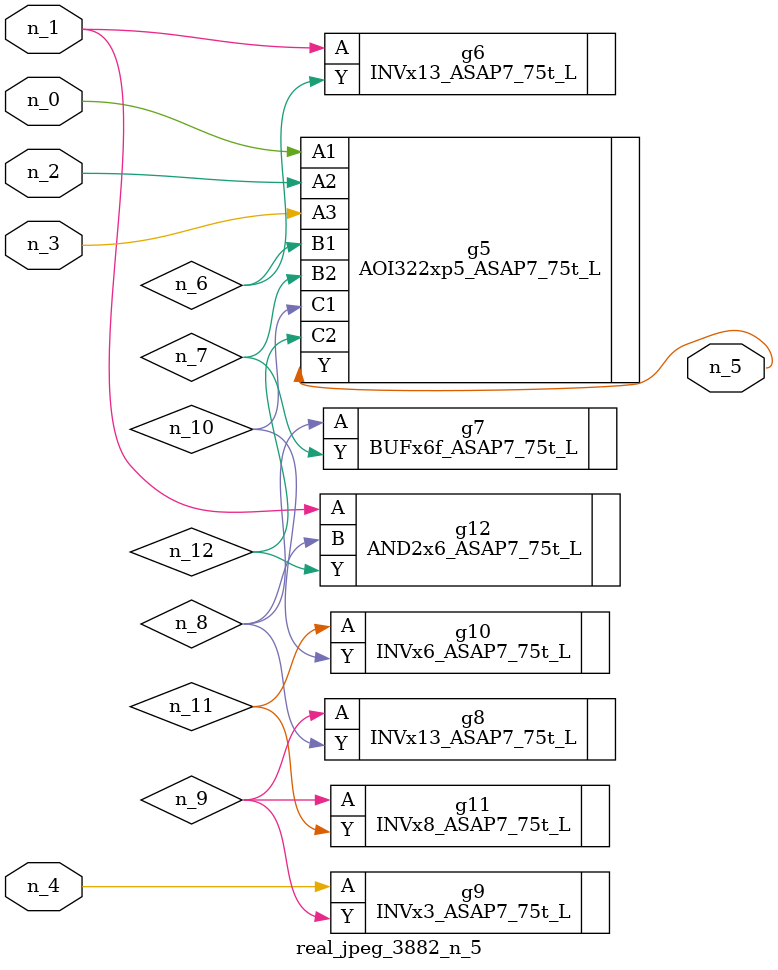
<source format=v>
module real_jpeg_3882_n_5 (n_4, n_0, n_1, n_2, n_3, n_5);

input n_4;
input n_0;
input n_1;
input n_2;
input n_3;

output n_5;

wire n_12;
wire n_8;
wire n_11;
wire n_6;
wire n_7;
wire n_10;
wire n_9;

AOI322xp5_ASAP7_75t_L g5 ( 
.A1(n_0),
.A2(n_2),
.A3(n_3),
.B1(n_6),
.B2(n_7),
.C1(n_10),
.C2(n_12),
.Y(n_5)
);

INVx13_ASAP7_75t_L g6 ( 
.A(n_1),
.Y(n_6)
);

AND2x6_ASAP7_75t_L g12 ( 
.A(n_1),
.B(n_8),
.Y(n_12)
);

INVx3_ASAP7_75t_L g9 ( 
.A(n_4),
.Y(n_9)
);

BUFx6f_ASAP7_75t_L g7 ( 
.A(n_8),
.Y(n_7)
);

INVx13_ASAP7_75t_L g8 ( 
.A(n_9),
.Y(n_8)
);

INVx8_ASAP7_75t_L g11 ( 
.A(n_9),
.Y(n_11)
);

INVx6_ASAP7_75t_L g10 ( 
.A(n_11),
.Y(n_10)
);


endmodule
</source>
